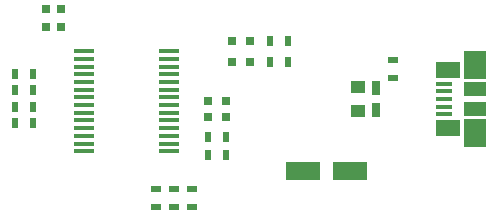
<source format=gtp>
G04 #@! TF.FileFunction,Paste,Top*
%FSLAX46Y46*%
G04 Gerber Fmt 4.6, Leading zero omitted, Abs format (unit mm)*
G04 Created by KiCad (PCBNEW (2015-01-16 BZR 5376)-product) date 25/06/2015 00:16:14*
%MOMM*%
G01*
G04 APERTURE LIST*
%ADD10C,0.150000*%
%ADD11R,1.750000X0.450000*%
%ADD12R,0.750000X0.800000*%
%ADD13R,0.800000X0.750000*%
%ADD14R,2.999740X1.501140*%
%ADD15R,0.750000X1.200000*%
%ADD16R,0.797560X0.797560*%
%ADD17R,1.250000X1.000000*%
%ADD18R,0.500000X0.900000*%
%ADD19R,0.900000X0.500000*%
%ADD20R,1.897380X1.173480*%
%ADD21R,1.897380X2.374900*%
%ADD22R,2.100580X1.473200*%
%ADD23R,1.379220X0.449580*%
G04 APERTURE END LIST*
D10*
D11*
X94761500Y-54893500D03*
X94761500Y-55543500D03*
X94761500Y-56193500D03*
X94761500Y-56843500D03*
X94761500Y-57493500D03*
X94761500Y-58143500D03*
X94761500Y-58793500D03*
X94761500Y-59443500D03*
X94761500Y-60093500D03*
X94761500Y-60743500D03*
X94761500Y-61393500D03*
X94761500Y-62043500D03*
X94761500Y-62693500D03*
X94761500Y-63343500D03*
X101961500Y-63343500D03*
X101961500Y-62693500D03*
X101961500Y-62043500D03*
X101961500Y-61393500D03*
X101961500Y-60743500D03*
X101961500Y-60093500D03*
X101961500Y-59443500D03*
X101961500Y-58793500D03*
X101961500Y-58143500D03*
X101961500Y-57493500D03*
X101961500Y-56843500D03*
X101961500Y-56193500D03*
X101961500Y-55543500D03*
X101961500Y-54893500D03*
D12*
X91567000Y-51320000D03*
X91567000Y-52820000D03*
X92837000Y-51320000D03*
X92837000Y-52820000D03*
D13*
X105295000Y-60452000D03*
X106795000Y-60452000D03*
X105295000Y-59055000D03*
X106795000Y-59055000D03*
D14*
X117314980Y-65024000D03*
X113317020Y-65024000D03*
D15*
X119507000Y-59878000D03*
X119507000Y-57978000D03*
D16*
X107327700Y-55753000D03*
X108826300Y-55753000D03*
X107327700Y-53975000D03*
X108826300Y-53975000D03*
D17*
X117983000Y-57928000D03*
X117983000Y-59928000D03*
D18*
X110502000Y-55753000D03*
X112002000Y-55753000D03*
X110502000Y-53975000D03*
X112002000Y-53975000D03*
X90412000Y-58166000D03*
X88912000Y-58166000D03*
X90412000Y-56769000D03*
X88912000Y-56769000D03*
X90412000Y-60960000D03*
X88912000Y-60960000D03*
X90412000Y-59563000D03*
X88912000Y-59563000D03*
X106795000Y-63627000D03*
X105295000Y-63627000D03*
X106795000Y-62103000D03*
X105295000Y-62103000D03*
D19*
X120904000Y-55638000D03*
X120904000Y-57138000D03*
X102362000Y-66560000D03*
X102362000Y-68060000D03*
X103886000Y-66560000D03*
X103886000Y-68060000D03*
X100838000Y-66560000D03*
X100838000Y-68060000D03*
D20*
X127889000Y-59766200D03*
X127889000Y-58089800D03*
D21*
X127889000Y-56014620D03*
X127889000Y-61841380D03*
D22*
X125590300Y-56466740D03*
X125590300Y-61389260D03*
D23*
X125229620Y-60228480D03*
X125229620Y-59578240D03*
X125229620Y-58928000D03*
X125229620Y-58277760D03*
X125229620Y-57627520D03*
M02*

</source>
